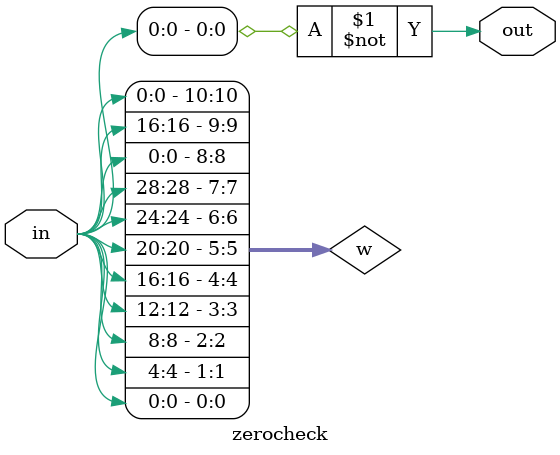
<source format=v>
module zerocheck(out, in);
	output out;
	input [31:0] in;
	wire [10:0] w;

	parameter delay = 50;
	
	or #delay or0(w[0], in[3:0]);	
	or #delay or1(w[1], in[7:4]);	
	or #delay or2(w[2], in[11:8]);	
	or #delay or3(w[3], in[15:12]);	
	or #delay or4(w[4], in[19:16]);	
	or #delay or5(w[5], in[23:20]);	
	or #delay or6(w[6], in[27:24]);	
	or #delay or7(w[7], in[31:28]);

	or #delay and0(w[8], w[3:0]);
	or #delay and1(w[9], w[7:4]);

	or #delay and3(w[10], w[9:8]);

	not #delay not0(out, w[10]);
endmodule

</source>
